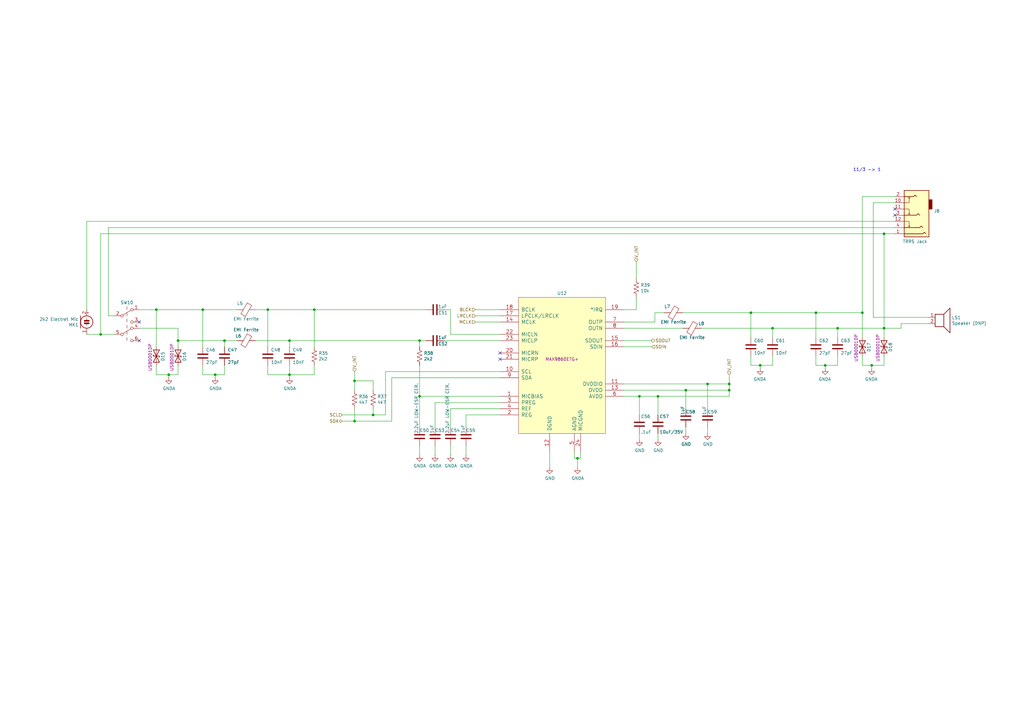
<source format=kicad_sch>
(kicad_sch (version 20211123) (generator eeschema)
  (paper "A3")
  (title_block (title "RCP 4G AUDIO CODEC AND I/O"))
  (lib_symbols
    (symbol "Device:C" (pin_numbers hide) (pin_names (offset 0.254))
      (property "Reference" "C" (at 0.635 2.54 0))
      (property "Value" "C" (at 0.635 -2.54 0))
      (symbol "C_0_1"
        (polyline (pts (xy -2.032 -0.762) (xy 2.032 -0.762)) (stroke (width 0.508)))
        (polyline (pts (xy -2.032 0.762) (xy 2.032 0.762)) (stroke (width 0.508)))
      )
      (symbol "C_1_1"
        (pin passive line (at 0 3.81 270) (length 2.794) (name "~") (number "1"))
        (pin passive line (at 0 -3.81 90) (length 2.794) (name "~") (number "2"))
      )
    )
    (symbol "Device:D_TVS" (pin_numbers hide) (pin_names (offset 1.016) hide)
      (property "Reference" "D" (at 0 2.54 0))
      (property "Value" "D_TVS" (at 0 -2.54 0))
      (symbol "D_TVS_0_1"
        (polyline (pts (xy 1.27 0) (xy -1.27 0)))
        (polyline (pts (xy 0.508 1.27) (xy 0 1.27) (xy 0 -1.27) (xy -0.508 -1.27)) (stroke (width 0.254)))
        (polyline (pts (xy -2.54 1.27) (xy -2.54 -1.27) (xy 2.54 1.27) (xy 2.54 -1.27) (xy -2.54 1.27)) (stroke (width 0.254)))
      )
      (symbol "D_TVS_1_1"
        (pin passive line (at -3.81 0 0) (length 2.54) (name "A1") (number "1"))
        (pin passive line (at 3.81 0 180) (length 2.54) (name "A2") (number "2"))
      )
    )
    (symbol "Device:Ferrite_Bead" (pin_numbers hide) (pin_names (offset 0))
      (property "Reference" "FB" (at -3.81 0.635 90))
      (property "Value" "Device_Ferrite_Bead" (at 3.81 0 90))
      (symbol "Ferrite_Bead_0_1"
        (polyline (pts (xy 0 -1.27) (xy 0 -1.2192)))
        (polyline (pts (xy 0 1.27) (xy 0 1.2954)))
        (polyline (pts (xy -2.7686 0.4064) (xy -1.7018 2.2606) (xy 2.7686 -0.3048) (xy 1.6764 -2.159) (xy -2.7686 0.4064)))
      )
      (symbol "Ferrite_Bead_1_1"
        (pin passive line (at 0 3.81 270) (length 2.54) (name "~") (number "1"))
        (pin passive line (at 0 -3.81 90) (length 2.54) (name "~") (number "2"))
      )
    )
    (symbol "Device:Microphone_Condenser" (pin_names (offset 0.0254) hide)
      (property "Reference" "MK" (at -3.302 1.27 0))
      (property "Value" "Microphone_Condenser" (at -3.302 -0.635 0))
      (symbol "Microphone_Condenser_0_1"
        (polyline (pts (xy -2.54 2.54) (xy -2.54 -2.54)) (stroke (width 0.254)))
        (polyline (pts (xy 0 -0.762) (xy 0 -1.524)))
        (polyline (pts (xy 0 0.762) (xy 0 1.524)))
        (polyline (pts (xy 0.254 3.81) (xy 0.762 3.81)))
        (polyline (pts (xy 0.508 4.064) (xy 0.508 3.556)))
        (circle (center 0 0) (radius 2.54) (stroke (width 0.254)))
        (rectangle (start 1.016 -0.254) (end -1.016 -0.762) (fill (type outline)))
        (rectangle (start 1.016 0.762) (end -1.016 0.254) (fill (type outline)))
      )
      (symbol "Microphone_Condenser_1_1"
        (pin passive line (at 0 -5.08 90) (length 2.54) (name "-") (number "1"))
        (pin passive line (at 0 5.08 270) (length 2.54) (name "+") (number "2"))
      )
    )
    (symbol "Device:R_US" (pin_numbers hide) (pin_names (offset 0))
      (property "Reference" "R" (at 2.54 0 90))
      (property "Value" "R_US" (at -2.54 0 90))
      (symbol "R_US_0_1"
        (polyline (pts (xy 0 -2.286) (xy 0 -2.54)))
        (polyline (pts (xy 0 2.286) (xy 0 2.54)))
        (polyline (pts (xy 0 -0.762) (xy 1.016 -1.143) (xy 0 -1.524) (xy -1.016 -1.905) (xy 0 -2.286)))
        (polyline (pts (xy 0 0.762) (xy 1.016 0.381) (xy 0 0) (xy -1.016 -0.381) (xy 0 -0.762)))
        (polyline (pts (xy 0 2.286) (xy 1.016 1.905) (xy 0 1.524) (xy -1.016 1.143) (xy 0 0.762)))
      )
      (symbol "R_US_1_1"
        (pin passive line (at 0 3.81 270) (length 1.27) (name "~") (number "1"))
        (pin passive line (at 0 -3.81 90) (length 1.27) (name "~") (number "2"))
      )
    )
    (symbol "Device:Speaker" (pin_names (offset 0) hide)
      (property "Reference" "LS" (at 1.27 5.715 0))
      (property "Value" "Speaker" (at 1.27 3.81 0))
      (symbol "Speaker_0_0"
        (rectangle (start -2.54 1.27) (end 1.016 -3.81) (stroke (width 0.254)))
        (polyline (pts (xy 1.016 1.27) (xy 3.556 3.81) (xy 3.556 -6.35) (xy 1.016 -3.81)) (stroke (width 0.254)))
      )
      (symbol "Speaker_1_1"
        (pin input line (at -5.08 0 0) (length 2.54) (name "1") (number "1"))
        (pin input line (at -5.08 -2.54 0) (length 2.54) (name "2") (number "2"))
      )
    )
    (symbol "MyLibrary:AudioJack_TRRS_3Switch" (pin_names (offset 1.016))
      (property "Reference" "J" (at 0 10.16 0))
      (symbol "AudioJack_TRRS_3Switch_0_1"
        (polyline (pts (xy 3.81 0) (xy 0 0)) (stroke (width 0.254)))
        (polyline (pts (xy 3.81 7.62) (xy -2.54 7.62)) (stroke (width 0.254)))
        (rectangle (start 3.81 -7.62) (end 1.27 -7.62) (stroke (width 0.254)))
        (rectangle (start 3.81 5.08) (end -1.27 5.08) (stroke (width 0.254)))
      )
      (symbol "AudioJack_TRRS_3Switch_1_1"
        (rectangle (start -6.35 -2.54) (end -7.62 -6.35) (stroke (width 0.254)) (fill (type outline)))
        (polyline (pts (xy 1.778 -7.366) (xy 2.032 -6.858)))
        (polyline (pts (xy 1.778 -0.254) (xy 2.032 -0.762)))
        (polyline (pts (xy 1.778 4.826) (xy 2.032 4.318)))
        (polyline (pts (xy 3.81 5.08) (xy 5.08 5.08)))
        (polyline (pts (xy 5.08 -7.62) (xy 3.81 -7.62)))
        (polyline (pts (xy 5.08 0) (xy 3.81 0)))
        (polyline (pts (xy 5.08 7.62) (xy 3.81 7.62)))
        (polyline (pts (xy -5.08 7.62) (xy -4.445 6.985) (xy -3.81 7.62) (xy -2.54 7.62)) (stroke (width 0.254)))
        (polyline (pts (xy -3.81 5.08) (xy -3.175 4.445) (xy -2.54 5.08) (xy -1.27 5.08)) (stroke (width 0.254)))
        (polyline (pts (xy -2.54 0) (xy -1.905 -0.635) (xy -1.27 0) (xy 0 0)) (stroke (width 0.254)))
        (polyline (pts (xy -1.27 -7.62) (xy -0.635 -8.255) (xy 0 -7.62) (xy 1.27 -7.62)) (stroke (width 0.254)))
        (polyline (pts (xy 5.08 -5.08) (xy 1.778 -5.08) (xy 1.778 -7.366) (xy 1.524 -6.858)))
        (polyline (pts (xy 5.08 -2.54) (xy 1.778 -2.54) (xy 1.778 -0.254) (xy 1.524 -0.762)))
        (polyline (pts (xy 5.08 2.54) (xy 1.778 2.54) (xy 1.778 4.826) (xy 1.524 4.318)))
        (rectangle (start 3.81 8.89) (end -6.35 -10.16) (stroke (width 0.254)) (fill (type background)))
        (pin passive line (at 7.62 7.62 180) (length 2.54) (name "~") (number "1"))
        (pin passive line (at 7.62 -5.08 180) (length 2.54) (name "~") (number "10"))
        (pin passive line (at 7.62 -2.54 180) (length 2.54) (name "~") (number "11"))
        (pin passive line (at 7.62 2.54 180) (length 2.54) (name "~") (number "12"))
        (pin passive line (at 7.62 -7.62 180) (length 2.54) (name "~") (number "2"))
        (pin passive line (at 7.62 0 180) (length 2.54) (name "~") (number "3"))
        (pin passive line (at 7.62 5.08 180) (length 2.54) (name "~") (number "4"))
      )
    )
    (symbol "MyLibrary:MAX9860" (pin_names (offset 1.016))
      (property "Reference" "U" (at -15.24 26.67 0))
      (property "Value" "MyLibrary_MAX9860" (at 12.7 26.67 0))
      (symbol "MAX9860_1_1"
        (rectangle (start -17.78 25.4) (end 17.78 -30.48) (stroke (width 0.127)) (fill (type background)))
        (pin unspecified line (at -25.4 -15.24 0) (length 7.62) (name "MICBIAS") (number "1"))
        (pin input line (at -25.4 -5.08 0) (length 7.62) (name "SCL") (number "10"))
        (pin power_in line (at 25.4 -10.16 180) (length 7.62) (name "DVDDIO") (number "11"))
        (pin power_in line (at -5.08 -38.1 90) (length 7.62) (name "DGND") (number "12"))
        (pin input line (at 25.4 -12.7 180) (length 7.62) (name "DVDD") (number "13"))
        (pin input line (at -25.4 15.24 0) (length 7.62) (name "MCLK") (number "14"))
        (pin output line (at 25.4 7.62 180) (length 7.62) (name "SDOUT") (number "15"))
        (pin input line (at 25.4 5.08 180) (length 7.62) (name "SDIN") (number "16"))
        (pin input line (at -25.4 17.78 0) (length 7.62) (name "LPCLK/LRCLK") (number "17"))
        (pin input line (at -25.4 20.32 0) (length 7.62) (name "BCLK") (number "18"))
        (pin output line (at 25.4 20.32 180) (length 7.62) (name "*IRQ") (number "19"))
        (pin unspecified line (at -25.4 -22.86 0) (length 7.62) (name "REG") (number "2"))
        (pin input line (at -25.4 2.54 0) (length 7.62) (name "MICRN") (number "20"))
        (pin input line (at -25.4 0 0) (length 7.62) (name "MICRP") (number "21"))
        (pin input line (at -25.4 10.16 0) (length 7.62) (name "MICLN") (number "22"))
        (pin input line (at -25.4 7.62 0) (length 7.62) (name "MICLP") (number "23"))
        (pin power_in line (at 7.62 -38.1 90) (length 7.62) (name "MICGND") (number "24"))
        (pin unspecified line (at -25.4 -17.78 0) (length 7.62) (name "PREG") (number "3"))
        (pin unspecified line (at -25.4 -20.32 0) (length 7.62) (name "REF") (number "4"))
        (pin power_in line (at 5.08 -38.1 90) (length 7.62) (name "AGND") (number "5"))
        (pin power_in line (at 25.4 -15.24 180) (length 7.62) (name "AVDD") (number "6"))
        (pin output line (at 25.4 15.24 180) (length 7.62) (name "OUTP") (number "7"))
        (pin output line (at 25.4 12.7 180) (length 7.62) (name "OUTN") (number "8"))
        (pin bidirectional line (at -25.4 -7.62 0) (length 7.62) (name "SDA") (number "9"))
      )
    )
    (symbol "MyLibrary:SW_DPDT" (pin_names (offset 1.016))
      (property "Reference" "SW" (at -2.54 7.62 0))
      (symbol "SW_DPDT_1_1"
        (circle (center -2.032 -3.81) (radius 0.5334))
        (circle (center -2.032 3.81) (radius 0.508))
        (polyline (pts (xy -1.524 -3.429) (xy 1.524 -1.524)))
        (polyline (pts (xy -1.524 4.191) (xy 1.524 6.096)))
        (polyline (pts (xy 0 -5.08) (xy 0 -6.35)))
        (polyline (pts (xy 0 -2.54) (xy 0 -3.81)))
        (polyline (pts (xy 0 0) (xy 0 -1.27)))
        (polyline (pts (xy 0 2.54) (xy 0 1.27)))
        (polyline (pts (xy 0 5.08) (xy 0 3.81)))
        (polyline (pts (xy 0 7.62) (xy 0 6.35)))
        (circle (center 2.032 -6.35) (radius 0.5334))
        (circle (center 2.032 -1.27) (radius 0.5334))
        (circle (center 2.032 1.27) (radius 0.5334))
        (circle (center 2.032 6.35) (radius 0.5334))
        (pin input line (at 5.08 6.35 180) (length 2.54) (name "~") (number "1"))
        (pin input line (at -5.08 3.81 0) (length 2.54) (name "~") (number "2"))
        (pin input line (at 5.08 1.27 180) (length 2.54) (name "~") (number "3"))
        (pin input line (at 5.08 -1.27 180) (length 2.54) (name "~") (number "4"))
        (pin input line (at -5.08 -3.81 0) (length 2.54) (name "~") (number "5"))
        (pin input line (at 5.08 -6.35 180) (length 2.54) (name "~") (number "6"))
      )
    )
    (symbol "power:GND" (power) (pin_names (offset 0))
      (property "Value" "GND" (at 0 -3.81 0))
      (symbol "GND_0_1"
        (polyline (pts (xy 0 0) (xy 0 -1.27) (xy 1.27 -1.27) (xy 0 -2.54) (xy -1.27 -1.27) (xy 0 -1.27)))
      )
      (symbol "GND_1_1"
        (pin power_in line (at 0 0 270) (length 0) hide (name "GND") (number "1"))
      )
    )
    (symbol "power:GNDA" (power) (pin_names (offset 0))
      (property "Value" "GNDA" (at 0 -3.81 0))
      (symbol "GNDA_0_1"
        (polyline (pts (xy 0 0) (xy 0 -1.27) (xy 1.27 -1.27) (xy 0 -2.54) (xy -1.27 -1.27) (xy 0 -1.27)))
      )
      (symbol "GNDA_1_1"
        (pin power_in line (at 0 0 270) (length 0) hide (name "GNDA") (number "1"))
      )
    )
  )
  (junction (at 299.085 157.48))
  (junction (at 236.855 187.96))
  (junction (at 88.265 153.67))
  (junction (at 334.645 128.27))
  (junction (at 172.085 139.7))
  (junction (at 338.455 149.86))
  (junction (at 353.695 128.27))
  (junction (at 311.785 149.86))
  (junction (at 262.255 162.56))
  (junction (at 316.865 134.62))
  (junction (at 343.535 134.62))
  (junction (at 299.085 160.02))
  (junction (at 362.585 95.885))
  (junction (at 269.875 162.56))
  (junction (at 153.035 170.18))
  (junction (at 128.905 127))
  (junction (at 83.185 127))
  (junction (at 145.415 156.21))
  (junction (at 64.135 127))
  (junction (at 145.415 172.72))
  (junction (at 290.195 157.48))
  (junction (at 172.085 162.56))
  (junction (at 362.585 134.62))
  (junction (at 281.305 160.02))
  (junction (at 118.745 153.67))
  (junction (at 307.975 128.27))
  (junction (at 92.075 139.7))
  (junction (at 118.745 139.7))
  (junction (at 357.505 149.86))
  (junction (at 41.275 137.16))
  (junction (at 69.215 153.67))
  (junction (at 109.855 127))
  (junction (at 73.025 139.7))
  (no_connect (at 205.105 147.32))
  (no_connect (at 205.105 144.78))
  (no_connect (at 367.03 85.725))
  (no_connect (at 367.03 88.265))
  (no_connect (at 57.15 139.7))
  (no_connect (at 57.15 132.08))
  (wire (pts (xy 236.855 191.77) (xy 236.855 187.96)))
  (wire (pts (xy 88.265 153.67) (xy 83.185 153.67)))
  (wire (pts (xy 160.655 172.72) (xy 145.415 172.72)))
  (wire (pts (xy 128.905 149.86) (xy 128.905 153.67)))
  (wire (pts (xy 236.855 187.96) (xy 238.125 187.96)))
  (wire (pts (xy 73.025 149.86) (xy 73.025 153.67)))
  (wire (pts (xy 269.875 162.56) (xy 299.085 162.56)))
  (wire (pts (xy 262.255 170.18) (xy 262.255 162.56)))
  (wire (pts (xy 73.025 134.62) (xy 73.025 139.7)))
  (wire (pts (xy 35.56 90.805) (xy 367.03 90.805)))
  (wire (pts (xy 118.745 139.7) (xy 172.085 139.7)))
  (wire (pts (xy 353.695 138.43) (xy 353.695 128.27)))
  (wire (pts (xy 194.945 127) (xy 205.105 127)))
  (wire (pts (xy 44.45 129.54) (xy 44.45 93.345)))
  (wire (pts (xy 334.645 128.27) (xy 307.975 128.27)))
  (wire (pts (xy 109.855 127) (xy 128.905 127)))
  (wire (pts (xy 358.14 83.185) (xy 367.03 83.185)))
  (wire (pts (xy 153.035 170.18) (xy 140.335 170.18)))
  (wire (pts (xy 268.605 128.27) (xy 272.415 128.27)))
  (wire (pts (xy 205.105 165.1) (xy 178.435 165.1)))
  (wire (pts (xy 184.785 175.26) (xy 184.785 167.64)))
  (wire (pts (xy 343.535 138.43) (xy 343.535 134.62)))
  (wire (pts (xy 343.535 149.86) (xy 343.535 146.05)))
  (wire (pts (xy 83.185 142.24) (xy 83.185 127)))
  (wire (pts (xy 158.115 170.18) (xy 153.035 170.18)))
  (wire (pts (xy 57.15 134.62) (xy 73.025 134.62)))
  (wire (pts (xy 128.905 153.67) (xy 118.745 153.67)))
  (wire (pts (xy 88.265 154.94) (xy 88.265 153.67)))
  (wire (pts (xy 269.875 180.34) (xy 269.875 177.8)))
  (wire (pts (xy 172.085 149.86) (xy 172.085 162.56)))
  (wire (pts (xy 182.245 127) (xy 184.785 127)))
  (wire (pts (xy 307.975 128.27) (xy 280.035 128.27)))
  (wire (pts (xy 225.425 191.77) (xy 225.425 185.42)))
  (wire (pts (xy 172.085 142.24) (xy 172.085 139.7)))
  (wire (pts (xy 357.505 151.13) (xy 357.505 149.86)))
  (wire (pts (xy 172.085 186.69) (xy 172.085 182.88)))
  (wire (pts (xy 191.135 182.88) (xy 191.135 186.69)))
  (wire (pts (xy 172.085 175.26) (xy 172.085 162.56)))
  (wire (pts (xy 194.945 132.08) (xy 205.105 132.08)))
  (wire (pts (xy 262.255 180.34) (xy 262.255 177.8)))
  (wire (pts (xy 160.655 154.94) (xy 160.655 172.72)))
  (wire (pts (xy 41.275 95.885) (xy 362.585 95.885)))
  (wire (pts (xy 104.775 127) (xy 109.855 127)))
  (wire (pts (xy 145.415 156.21) (xy 153.035 156.21)))
  (wire (pts (xy 118.745 149.86) (xy 118.745 153.67)))
  (wire (pts (xy 307.975 146.05) (xy 307.975 149.86)))
  (wire (pts (xy 172.085 162.56) (xy 205.105 162.56)))
  (wire (pts (xy 381 130.175) (xy 358.14 130.175)))
  (wire (pts (xy 280.035 134.62) (xy 255.905 134.62)))
  (wire (pts (xy 353.695 128.27) (xy 334.645 128.27)))
  (wire (pts (xy 235.585 187.96) (xy 236.855 187.96)))
  (wire (pts (xy 334.645 146.05) (xy 334.645 149.86)))
  (wire (pts (xy 255.905 142.24) (xy 267.335 142.24)))
  (wire (pts (xy 41.275 95.885) (xy 41.275 137.16)))
  (wire (pts (xy 174.625 139.7) (xy 172.085 139.7)))
  (wire (pts (xy 205.105 170.18) (xy 191.135 170.18)))
  (wire (pts (xy 311.785 149.86) (xy 316.865 149.86)))
  (wire (pts (xy 255.905 132.08) (xy 268.605 132.08)))
  (wire (pts (xy 69.215 154.94) (xy 69.215 153.67)))
  (wire (pts (xy 357.505 149.86) (xy 362.585 149.86)))
  (wire (pts (xy 255.905 160.02) (xy 281.305 160.02)))
  (wire (pts (xy 184.785 137.16) (xy 205.105 137.16)))
  (wire (pts (xy 145.415 160.02) (xy 145.415 156.21)))
  (wire (pts (xy 338.455 151.13) (xy 338.455 149.86)))
  (wire (pts (xy 255.905 157.48) (xy 290.195 157.48)))
  (wire (pts (xy 145.415 152.4) (xy 145.415 156.21)))
  (wire (pts (xy 128.905 142.24) (xy 128.905 127)))
  (wire (pts (xy 290.195 157.48) (xy 299.085 157.48)))
  (wire (pts (xy 64.135 127) (xy 83.185 127)))
  (wire (pts (xy 92.075 149.86) (xy 92.075 153.67)))
  (wire (pts (xy 362.585 134.62) (xy 369.57 134.62)))
  (wire (pts (xy 367.03 80.645) (xy 353.695 80.645)))
  (wire (pts (xy 316.865 138.43) (xy 316.865 134.62)))
  (wire (pts (xy 358.14 83.185) (xy 358.14 130.175)))
  (wire (pts (xy 353.695 128.27) (xy 353.695 80.645)))
  (wire (pts (xy 73.025 142.24) (xy 73.025 139.7)))
  (wire (pts (xy 35.56 137.16) (xy 41.275 137.16)))
  (wire (pts (xy 158.115 152.4) (xy 205.105 152.4)))
  (wire (pts (xy 338.455 149.86) (xy 343.535 149.86)))
  (wire (pts (xy 57.15 127) (xy 64.135 127)))
  (wire (pts (xy 316.865 149.86) (xy 316.865 146.05)))
  (wire (pts (xy 362.585 95.885) (xy 362.585 134.62)))
  (wire (pts (xy 260.985 121.92) (xy 260.985 127)))
  (wire (pts (xy 46.99 129.54) (xy 44.45 129.54)))
  (wire (pts (xy 205.105 129.54) (xy 194.945 129.54)))
  (wire (pts (xy 118.745 153.67) (xy 109.855 153.67)))
  (wire (pts (xy 109.855 142.24) (xy 109.855 127)))
  (wire (pts (xy 281.305 177.8) (xy 281.305 175.26)))
  (wire (pts (xy 334.645 138.43) (xy 334.645 128.27)))
  (wire (pts (xy 316.865 134.62) (xy 343.535 134.62)))
  (wire (pts (xy 153.035 170.18) (xy 153.035 167.64)))
  (wire (pts (xy 260.985 127) (xy 255.905 127)))
  (wire (pts (xy 145.415 167.64) (xy 145.415 172.72)))
  (wire (pts (xy 35.56 90.805) (xy 35.56 127)))
  (wire (pts (xy 290.195 167.64) (xy 290.195 157.48)))
  (wire (pts (xy 307.975 138.43) (xy 307.975 128.27)))
  (wire (pts (xy 160.655 154.94) (xy 205.105 154.94)))
  (wire (pts (xy 269.875 170.18) (xy 269.875 162.56)))
  (wire (pts (xy 343.535 134.62) (xy 362.585 134.62)))
  (wire (pts (xy 238.125 187.96) (xy 238.125 185.42)))
  (wire (pts (xy 92.075 139.7) (xy 73.025 139.7)))
  (wire (pts (xy 178.435 165.1) (xy 178.435 175.26)))
  (wire (pts (xy 290.195 177.8) (xy 290.195 175.26)))
  (wire (pts (xy 92.075 153.67) (xy 88.265 153.67)))
  (wire (pts (xy 83.185 127) (xy 97.155 127)))
  (wire (pts (xy 64.135 142.24) (xy 64.135 127)))
  (wire (pts (xy 307.975 149.86) (xy 311.785 149.86)))
  (wire (pts (xy 145.415 172.72) (xy 140.335 172.72)))
  (wire (pts (xy 334.645 149.86) (xy 338.455 149.86)))
  (wire (pts (xy 281.305 167.64) (xy 281.305 160.02)))
  (wire (pts (xy 299.085 153.67) (xy 299.085 157.48)))
  (wire (pts (xy 118.745 142.24) (xy 118.745 139.7)))
  (wire (pts (xy 362.585 95.885) (xy 367.03 95.885)))
  (wire (pts (xy 267.335 139.7) (xy 255.905 139.7)))
  (wire (pts (xy 353.695 146.05) (xy 353.695 149.86)))
  (wire (pts (xy 191.135 170.18) (xy 191.135 175.26)))
  (wire (pts (xy 299.085 157.48) (xy 299.085 160.02)))
  (wire (pts (xy 92.075 142.24) (xy 92.075 139.7)))
  (wire (pts (xy 153.035 156.21) (xy 153.035 160.02)))
  (wire (pts (xy 184.785 167.64) (xy 205.105 167.64)))
  (wire (pts (xy 46.99 137.16) (xy 41.275 137.16)))
  (wire (pts (xy 369.57 134.62) (xy 369.57 132.715)))
  (wire (pts (xy 362.585 149.86) (xy 362.585 146.05)))
  (wire (pts (xy 287.655 134.62) (xy 316.865 134.62)))
  (wire (pts (xy 205.105 139.7) (xy 182.245 139.7)))
  (wire (pts (xy 104.775 139.7) (xy 118.745 139.7)))
  (wire (pts (xy 109.855 153.67) (xy 109.855 149.86)))
  (wire (pts (xy 73.025 153.67) (xy 69.215 153.67)))
  (wire (pts (xy 184.785 182.88) (xy 184.785 186.69)))
  (wire (pts (xy 362.585 138.43) (xy 362.585 134.62)))
  (wire (pts (xy 268.605 132.08) (xy 268.605 128.27)))
  (wire (pts (xy 281.305 160.02) (xy 299.085 160.02)))
  (wire (pts (xy 235.585 185.42) (xy 235.585 187.96)))
  (wire (pts (xy 83.185 153.67) (xy 83.185 149.86)))
  (wire (pts (xy 184.785 127) (xy 184.785 137.16)))
  (wire (pts (xy 158.115 152.4) (xy 158.115 170.18)))
  (wire (pts (xy 69.215 153.67) (xy 64.135 153.67)))
  (wire (pts (xy 178.435 186.69) (xy 178.435 182.88)))
  (wire (pts (xy 311.785 151.13) (xy 311.785 149.86)))
  (wire (pts (xy 260.985 107.315) (xy 260.985 114.3)))
  (wire (pts (xy 97.155 139.7) (xy 92.075 139.7)))
  (wire (pts (xy 353.695 149.86) (xy 357.505 149.86)))
  (wire (pts (xy 299.085 160.02) (xy 299.085 162.56)))
  (wire (pts (xy 269.875 162.56) (xy 262.255 162.56)))
  (wire (pts (xy 44.45 93.345) (xy 367.03 93.345)))
  (wire (pts (xy 118.745 154.94) (xy 118.745 153.67)))
  (wire (pts (xy 369.57 132.715) (xy 381 132.715)))
  (wire (pts (xy 64.135 153.67) (xy 64.135 149.86)))
  (wire (pts (xy 262.255 162.56) (xy 255.905 162.56)))
  (wire (pts (xy 128.905 127) (xy 174.625 127)))
  (text "11/3 -> 1" (at 349.885 70.485 0) (effects (font (size 1.27 1.27)) (justify left bottom)))
  (hierarchical_label "SDA" (shape bidirectional) (at 140.335 172.72 180))
  (hierarchical_label "V_INT" (shape input) (at 145.415 152.4 90))
  (hierarchical_label "BLCK" (shape input) (at 194.945 127 180))
  (hierarchical_label "SDOUT" (shape output) (at 267.335 139.7 0))
  (hierarchical_label "V_INT" (shape input) (at 299.085 153.67 90))
  (hierarchical_label "V_INT" (shape input) (at 260.985 107.315 90))
  (hierarchical_label "SDIN" (shape input) (at 267.335 142.24 0))
  (hierarchical_label "MCLK" (shape input) (at 194.945 132.08 180))
  (hierarchical_label "SCL" (shape input) (at 140.335 170.18 180))
  (hierarchical_label "LRCLK" (shape input) (at 194.945 129.54 180))
  (symbol (lib_id "MyLibrary:MAX9860") (at 230.505 147.32 0) (unit 1)
    (property "Reference" "U12" (at 230.505 120.269 0))
    (property "Value" "MAX9860 CODEC" (effects hide))
    (property "Footprint" "Package_DFN_QFN:WQFN-24-1EP_4x4mm_P0.5mm_EP2.7x2.7mm" (effects hide))
    (property "Mfg. Name" "Maxim" (effects hide))
    (property "Mfg. Part No." "MAX9860ETG+" (at 230.505 147.32 0))
  )
  (symbol (lib_id "Device:C") (at 92.075 146.05 0) (unit 1)
    (property "Reference" "C47" (at 93.345 143.51 0) (effects (justify left)))
    (property "Value" "27pF" (at 93.345 148.59 0) (effects (justify left)))
    (property "Footprint" "Capacitor_SMD:C_0603_1608Metric" (effects hide))
  )
  (symbol (lib_id "Device:C") (at 118.745 146.05 0) (unit 1)
    (property "Reference" "C49" (at 120.015 143.51 0) (effects (justify left)))
    (property "Value" "10nF" (at 120.015 148.59 0) (effects (justify left)))
    (property "Footprint" "Capacitor_SMD:C_0603_1608Metric" (effects hide))
  )
  (symbol (lib_id "Device:C") (at 307.975 142.24 0) (unit 1)
    (property "Reference" "C60" (at 309.245 139.7 0) (effects (justify left)))
    (property "Value" "10nF" (at 309.245 144.78 0) (effects (justify left)))
    (property "Footprint" "Capacitor_SMD:C_0603_1608Metric" (effects hide))
  )
  (symbol (lib_id "Device:C") (at 316.865 142.24 0) (unit 1)
    (property "Reference" "C61" (at 318.135 139.7 0) (effects (justify left)))
    (property "Value" "10nF" (at 318.135 144.78 0) (effects (justify left)))
    (property "Footprint" "Capacitor_SMD:C_0603_1608Metric" (effects hide))
  )
  (symbol (lib_id "Device:C") (at 334.645 142.24 0) (unit 1)
    (property "Reference" "C62" (at 335.915 139.7 0) (effects (justify left)))
    (property "Value" "27pF" (at 335.915 144.78 0) (effects (justify left)))
    (property "Footprint" "Capacitor_SMD:C_0603_1608Metric" (effects hide))
  )
  (symbol (lib_id "Device:C") (at 343.535 142.24 0) (unit 1)
    (property "Reference" "C63" (at 344.805 139.7 0) (effects (justify left)))
    (property "Value" "27pF" (at 344.805 144.78 0) (effects (justify left)))
    (property "Footprint" "Capacitor_SMD:C_0603_1608Metric" (effects hide))
  )
  (symbol (lib_id "Device:Ferrite_Bead") (at 100.965 139.7 270) (unit 1)
    (property "Reference" "L6" (at 97.79 137.795 90))
    (property "Value" "EMI Ferrite" (at 100.965 135.255 90))
    (property "Footprint" "Inductor_SMD:L_0402_1005Metric" (effects hide))
    (property "Mfg. Name" "Murata" (effects hide))
    (property "Mfg. Part No." "BLM15HD182SN1D" (effects hide))
  )
  (symbol (lib_id "Device:Ferrite_Bead") (at 276.225 128.27 270) (unit 1)
    (property "Reference" "L7" (at 273.685 125.73 90))
    (property "Value" "EMI Ferrite" (at 276.225 132.08 90))
    (property "Footprint" "Inductor_SMD:L_0402_1005Metric" (effects hide))
    (property "Mfg. Name" "Murata" (effects hide))
    (property "Mfg. Part No." "BLM15HD182SN1D" (effects hide))
  )
  (symbol (lib_id "Device:Ferrite_Bead") (at 283.845 134.62 270) (unit 1)
    (property "Reference" "L8" (at 287.655 132.715 90))
    (property "Value" "EMI Ferrite" (at 283.845 138.43 90))
    (property "Footprint" "Inductor_SMD:L_0402_1005Metric" (effects hide))
    (property "Mfg. Name" "Murata" (effects hide))
    (property "Mfg. Part No." "BLM15HD182SN1D" (effects hide))
  )
  (symbol (lib_id "Device:C") (at 184.785 179.07 0) (unit 1)
    (property "Reference" "C54" (at 184.785 176.53 0) (effects (justify left)))
    (property "Value" "2.2uF LOW-ESR CER." (at 183.515 177.8 90) (effects (justify left)))
    (property "Footprint" "Capacitor_SMD:C_0603_1608Metric" (effects hide))
    (property "Mfg. Name" "Kemet" (effects hide))
    (property "Mfg. Part No." "C0603C225K9PACTU" (effects hide))
  )
  (symbol (lib_id "Device:C") (at 191.135 179.07 0) (unit 1)
    (property "Reference" "C55" (at 191.135 176.53 0) (effects (justify left)))
    (property "Value" "1uF" (at 189.865 177.8 90) (effects (justify left)))
    (property "Footprint" "Capacitor_SMD:C_0402_1005Metric" (effects hide))
    (property "Mfg. Name" "Kemet" (effects hide))
    (property "Mfg. Part No." "C0402C105K9PACTU" (effects hide))
  )
  (symbol (lib_id "Device:C") (at 178.435 127 270) (unit 1)
    (property "Reference" "C51" (at 179.705 128.27 90) (effects (justify left)))
    (property "Value" "1uF" (at 179.705 125.73 90) (effects (justify left)))
    (property "Footprint" "Capacitor_SMD:C_0402_1005Metric" (effects hide))
    (property "Mfg. Name" "Kemet" (effects hide))
    (property "Mfg. Part No." "C0402C105K9PACTU" (effects hide))
  )
  (symbol (lib_id "Device:C") (at 178.435 139.7 270) (unit 1)
    (property "Reference" "C52" (at 179.705 140.97 90) (effects (justify left)))
    (property "Value" "1uF" (at 179.705 138.43 90) (effects (justify left)))
    (property "Footprint" "Capacitor_SMD:C_0402_1005Metric" (effects hide))
    (property "Mfg. Name" "Kemet" (effects hide))
    (property "Mfg. Part No." "C0402C105K9PACTU" (effects hide))
  )
  (symbol (lib_id "Device:C") (at 290.195 171.45 0) (unit 1)
    (property "Reference" "C59" (at 290.195 168.91 0) (effects (justify left)))
    (property "Value" "1uF" (at 288.925 170.18 90) (effects (justify left)))
    (property "Footprint" "Capacitor_SMD:C_0402_1005Metric" (effects hide))
    (property "Mfg. Name" "Kemet" (effects hide))
    (property "Mfg. Part No." "C0402C105K9PACTU" (effects hide))
  )
  (symbol (lib_id "Device:C") (at 281.305 171.45 0) (unit 1)
    (property "Reference" "C58" (at 281.305 168.91 0) (effects (justify left)))
    (property "Value" "1uF" (at 280.035 170.18 90) (effects (justify left)))
    (property "Footprint" "Capacitor_SMD:C_0402_1005Metric" (effects hide))
    (property "Mfg. Name" "Kemet" (effects hide))
    (property "Mfg. Part No." "C0402C105K9PACTU" (effects hide))
  )
  (symbol (lib_id "Device:R_US") (at 260.985 118.11 0) (unit 1)
    (property "Reference" "R39" (at 262.7122 116.9416 0) (effects (justify left)))
    (property "Value" "10k" (at 262.7122 119.253 0) (effects (justify left)))
    (property "Footprint" "Resistor_SMD:R_0603_1608Metric" (effects hide))
  )
  (symbol (lib_id "Device:R_US") (at 153.035 163.83 0) (unit 1)
    (property "Reference" "R37" (at 154.7622 162.6616 0) (effects (justify left)))
    (property "Value" "4k7" (at 154.7622 164.973 0) (effects (justify left)))
    (property "Footprint" "Resistor_SMD:R_0603_1608Metric" (effects hide))
  )
  (symbol (lib_id "Device:R_US") (at 145.415 163.83 0) (unit 1)
    (property "Reference" "R36" (at 147.1422 162.6616 0) (effects (justify left)))
    (property "Value" "4k7" (at 147.1422 164.973 0) (effects (justify left)))
    (property "Footprint" "Resistor_SMD:R_0603_1608Metric" (effects hide))
  )
  (symbol (lib_id "power:GNDA") (at 236.855 191.77 0) (unit 1)
    (property "Reference" "#PWR0196" (effects hide))
    (property "Value" "GNDA" (at 236.982 196.1642 0))
  )
  (symbol (lib_id "power:GND") (at 225.425 191.77 0) (unit 1)
    (property "Reference" "#PWR0197" (effects hide))
    (property "Value" "GND" (at 225.552 196.1642 0))
  )
  (symbol (lib_id "power:GND") (at 290.195 177.8 0) (unit 1)
    (property "Reference" "#PWR0198" (effects hide))
    (property "Value" "GND" (at 290.322 182.1942 0))
  )
  (symbol (lib_id "power:GND") (at 281.305 177.8 0) (unit 1)
    (property "Reference" "#PWR0199" (effects hide))
    (property "Value" "GND" (at 281.432 182.1942 0))
  )
  (symbol (lib_id "Device:C") (at 269.875 173.99 0) (unit 1)
    (property "Reference" "C57" (at 270.51 170.815 0) (effects (justify left)))
    (property "Value" "10uF/35V" (at 270.51 177.165 0) (effects (justify left)))
    (property "Footprint" "Resistor_SMD:R_1206_3216Metric" (effects hide))
    (property "Mfg. Name" "TDK" (effects hide))
    (property "Mfg. Part No." "CGA5L1X7R1V106K160AC" (effects hide))
  )
  (symbol (lib_id "power:GND") (at 269.875 180.34 0) (unit 1)
    (property "Reference" "#PWR0200" (effects hide))
    (property "Value" "GND" (at 270.002 184.7342 0))
  )
  (symbol (lib_id "Device:C") (at 262.255 173.99 0) (unit 1)
    (property "Reference" "C56" (at 262.89 170.815 0) (effects (justify left)))
    (property "Value" ".1uF" (at 262.89 177.165 0) (effects (justify left)))
    (property "Footprint" "Capacitor_SMD:C_0603_1608Metric" (effects hide))
  )
  (symbol (lib_id "power:GND") (at 262.255 180.34 0) (unit 1)
    (property "Reference" "#PWR0201" (effects hide))
    (property "Value" "GND" (at 262.382 184.7342 0))
  )
  (symbol (lib_id "Device:C") (at 178.435 179.07 0) (unit 1)
    (property "Reference" "C53" (at 178.435 176.53 0) (effects (justify left)))
    (property "Value" "1uF" (at 177.165 177.8 90) (effects (justify left)))
    (property "Footprint" "Capacitor_SMD:C_0402_1005Metric" (effects hide))
    (property "Mfg. Name" "Kemet" (effects hide))
    (property "Mfg. Part No." "C0402C105K9PACTU" (effects hide))
  )
  (symbol (lib_id "power:GNDA") (at 191.135 186.69 0) (unit 1)
    (property "Reference" "#PWR0202" (effects hide))
    (property "Value" "GNDA" (at 191.262 191.0842 0))
  )
  (symbol (lib_id "power:GNDA") (at 184.785 186.69 0) (unit 1)
    (property "Reference" "#PWR0203" (effects hide))
    (property "Value" "GNDA" (at 184.912 191.0842 0))
  )
  (symbol (lib_id "power:GNDA") (at 178.435 186.69 0) (unit 1)
    (property "Reference" "#PWR0204" (effects hide))
    (property "Value" "GNDA" (at 178.562 191.0842 0))
  )
  (symbol (lib_id "Device:C") (at 172.085 179.07 0) (unit 1)
    (property "Reference" "C50" (at 172.085 176.53 0) (effects (justify left)))
    (property "Value" "2.2uF LOW-ESR CER." (at 170.815 177.8 90) (effects (justify left)))
    (property "Footprint" "Capacitor_SMD:C_0603_1608Metric" (effects hide))
    (property "Mfg. Name" "Kemet" (effects hide))
    (property "Mfg. Part No." "C0603C225K9PACTU" (effects hide))
  )
  (symbol (lib_id "power:GNDA") (at 172.085 186.69 0) (unit 1)
    (property "Reference" "#PWR0205" (effects hide))
    (property "Value" "GNDA" (at 172.212 191.0842 0))
  )
  (symbol (lib_id "Device:Ferrite_Bead") (at 100.965 127 270) (unit 1)
    (property "Reference" "L5" (at 98.425 124.46 90))
    (property "Value" "EMI Ferrite" (at 100.965 130.81 90))
    (property "Footprint" "Inductor_SMD:L_0402_1005Metric" (effects hide))
    (property "Mfg. Name" "Murata" (effects hide))
    (property "Mfg. Part No." "BLM15HD182SN1D" (effects hide))
  )
  (symbol (lib_id "Device:R_US") (at 172.085 146.05 0) (unit 1)
    (property "Reference" "R38" (at 173.8122 144.8816 0) (effects (justify left)))
    (property "Value" "2k2" (at 173.8122 147.193 0) (effects (justify left)))
    (property "Footprint" "Resistor_SMD:R_0402_1005Metric" (effects hide))
    (property "Mfg. Name" "Panasonic" (effects hide))
    (property "Mfg. Part No." "ERJ-2GEJ222X" (effects hide))
  )
  (symbol (lib_id "Device:R_US") (at 128.905 146.05 0) (unit 1)
    (property "Reference" "R35" (at 130.6322 144.8816 0) (effects (justify left)))
    (property "Value" "2k2" (at 130.6322 147.193 0) (effects (justify left)))
    (property "Footprint" "Resistor_SMD:R_0402_1005Metric" (effects hide))
    (property "Mfg. Name" "Panasonic" (effects hide))
    (property "Mfg. Part No." "ERJ-2GEJ222X" (effects hide))
  )
  (symbol (lib_id "Device:Microphone_Condenser") (at 35.56 132.08 0) (unit 1)
    (property "Reference" "MK1" (at 32.258 133.2484 0) (effects (justify right)))
    (property "Value" "2k2 Electret Mic" (at 32.258 130.937 0) (effects (justify right)))
    (property "Footprint" "MyFootprints:Microphone_PUI_POM-2738P-R" (effects hide))
    (property "Datasheet" "http://www.puiaudio.com/pdf/POM-2738P-R.pdf" (effects hide))
    (property "Mfg. Name" "PUI Audio" (effects hide))
    (property "Mfg. Part No." "POM-2738P-R" (effects hide))
  )
  (symbol (lib_id "Device:C") (at 109.855 146.05 0) (unit 1)
    (property "Reference" "C48" (at 111.125 143.51 0) (effects (justify left)))
    (property "Value" "10nF" (at 111.125 148.59 0) (effects (justify left)))
    (property "Footprint" "Capacitor_SMD:C_0603_1608Metric" (effects hide))
  )
  (symbol (lib_id "power:GNDA") (at 118.745 154.94 0) (unit 1)
    (property "Reference" "#PWR0208" (effects hide))
    (property "Value" "GNDA" (at 118.872 159.3342 0))
  )
  (symbol (lib_id "Device:C") (at 83.185 146.05 0) (unit 1)
    (property "Reference" "C46" (at 84.455 143.51 0) (effects (justify left)))
    (property "Value" "27pF" (at 84.455 148.59 0) (effects (justify left)))
    (property "Footprint" "Capacitor_SMD:C_0603_1608Metric" (effects hide))
  )
  (symbol (lib_id "Device:D_TVS") (at 64.135 146.05 270) (unit 1)
    (property "Reference" "D15" (at 66.7766 144.2466 0) (effects (justify left)))
    (property "Value" "TVS/Varistor for Audio Filtering" (effects hide))
    (property "Footprint" "Resistor_SMD:R_0603_1608Metric" (effects hide))
    (property "Mfg. Name" "AVX" (effects hide))
    (property "Mfg. Part No." "USB0001DP " (at 61.595 146.05 0))
  )
  (symbol (lib_id "power:GNDA") (at 88.265 154.94 0) (unit 1)
    (property "Reference" "#PWR0209" (effects hide))
    (property "Value" "GNDA" (at 88.392 159.3342 0))
  )
  (symbol (lib_id "power:GNDA") (at 69.215 154.94 0) (unit 1)
    (property "Reference" "#PWR0210" (effects hide))
    (property "Value" "GNDA" (at 69.342 159.3342 0))
  )
  (symbol (lib_id "Device:Speaker") (at 386.08 130.175 0) (unit 1) (in_bom no)
    (property "Reference" "LS1" (at 390.398 130.2766 0) (effects (justify left)))
    (property "Value" "Speaker (DNP)" (at 390.398 132.588 0) (effects (justify left)))
    (property "Footprint" "MyFootprints:Speaker_PUI_AR01232MS-SC12-WP-R" (effects hide))
    (property "Datasheet" "http://www.puiaudio.com/pdf/AR01232MS-SC12-WP-R.pdf" (effects hide))
    (property "Mfg. Name" "PUI Audio" (effects hide))
    (property "Mfg. Part No." "AR01232MS-SC12-WP-R" (effects hide))
  )
  (symbol (lib_id "power:GNDA") (at 311.785 151.13 0) (mirror y) (unit 1)
    (property "Reference" "#PWR0211" (effects hide))
    (property "Value" "GNDA" (at 311.658 155.5242 0))
  )
  (symbol (lib_id "power:GNDA") (at 338.455 151.13 0) (mirror y) (unit 1)
    (property "Reference" "#PWR0212" (effects hide))
    (property "Value" "GNDA" (at 338.328 155.5242 0))
  )
  (symbol (lib_id "power:GNDA") (at 357.505 151.13 0) (mirror y) (unit 1)
    (property "Reference" "#PWR0213" (effects hide))
    (property "Value" "GNDA" (at 357.378 155.5242 0))
  )
  (symbol (lib_id "MyLibrary:SW_DPDT") (at 52.07 133.35 0) (unit 1)
    (property "Reference" "SW10" (at 52.07 124.1044 0))
    (property "Value" "Mic Switch DPDT" (effects hide))
    (property "Footprint" "MyFootprints:Switch_DPDT_Nidec_CL-SB-22C-XX" (effects hide))
    (property "Mfg. Name" "Nidec Copal" (effects hide))
    (property "Mfg. Part No." "CL-SB-22C-11" (effects hide))
  )
  (symbol (lib_id "MyLibrary:AudioJack_TRRS_3Switch") (at 374.65 88.265 180) (unit 1)
    (property "Reference" "J8" (at 383.032 86.5632 0) (effects (justify right)))
    (property "Value" "TRRS Jack" (at 375.285 99.06 0))
    (property "Footprint" "MyFootprints:AudioJack_TRRS_CUI_SJ-43617-SMT-TR" (effects hide))
    (property "Label" "TRRS JACK" (effects hide))
    (property "Mfg. Name" "CUI" (effects hide))
    (property "Mfg. Part No." "SJ-43617-SMT-TR" (effects hide))
  )
  (symbol (lib_id "Device:D_TVS") (at 362.585 142.24 270) (unit 1)
    (property "Reference" "D18" (at 365.2266 140.4366 0) (effects (justify left)))
    (property "Value" "TVS/Varistor for Audio Filtering" (effects hide))
    (property "Footprint" "Resistor_SMD:R_0603_1608Metric" (effects hide))
    (property "Mfg. Name" "AVX" (effects hide))
    (property "Mfg. Part No." "USB0001DP " (at 360.045 142.24 0))
  )
  (symbol (lib_id "Device:D_TVS") (at 353.695 142.24 270) (unit 1)
    (property "Reference" "D17" (at 356.3366 140.4366 0) (effects (justify left)))
    (property "Value" "TVS/Varistor for Audio Filtering" (effects hide))
    (property "Footprint" "Resistor_SMD:R_0603_1608Metric" (effects hide))
    (property "Mfg. Name" "AVX" (effects hide))
    (property "Mfg. Part No." "USB0001DP " (at 351.155 142.24 0))
  )
  (symbol (lib_id "Device:D_TVS") (at 73.025 146.05 270) (unit 1)
    (property "Reference" "D16" (at 75.6666 144.2466 0) (effects (justify left)))
    (property "Value" "TVS/Varistor for Audio Filtering" (effects hide))
    (property "Footprint" "Resistor_SMD:R_0603_1608Metric" (effects hide))
    (property "Mfg. Name" "AVX" (effects hide))
    (property "Mfg. Part No." "USB0001DP " (at 70.485 146.05 0))
  )
)
</source>
